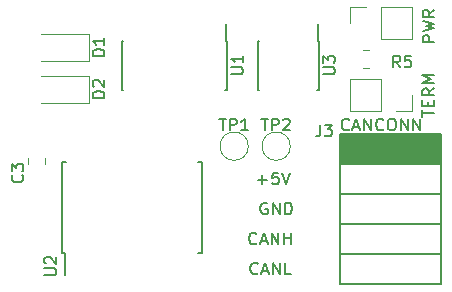
<source format=gto>
G04 #@! TF.GenerationSoftware,KiCad,Pcbnew,5.1.10*
G04 #@! TF.CreationDate,2022-01-04T22:46:53-05:00*
G04 #@! TF.ProjectId,usbdbg,75736264-6267-42e6-9b69-6361645f7063,rev?*
G04 #@! TF.SameCoordinates,Original*
G04 #@! TF.FileFunction,Legend,Top*
G04 #@! TF.FilePolarity,Positive*
%FSLAX46Y46*%
G04 Gerber Fmt 4.6, Leading zero omitted, Abs format (unit mm)*
G04 Created by KiCad (PCBNEW 5.1.10) date 2022-01-04 22:46:53*
%MOMM*%
%LPD*%
G01*
G04 APERTURE LIST*
%ADD10C,0.150000*%
%ADD11C,0.120000*%
%ADD12O,1.801600X1.801600*%
%ADD13O,3.601600X2.001600*%
%ADD14C,1.201600*%
%ADD15C,2.101600*%
G04 APERTURE END LIST*
D10*
X155416380Y-75033142D02*
X155368761Y-75080761D01*
X155225904Y-75128380D01*
X155130666Y-75128380D01*
X154987809Y-75080761D01*
X154892571Y-74985523D01*
X154844952Y-74890285D01*
X154797333Y-74699809D01*
X154797333Y-74556952D01*
X154844952Y-74366476D01*
X154892571Y-74271238D01*
X154987809Y-74176000D01*
X155130666Y-74128380D01*
X155225904Y-74128380D01*
X155368761Y-74176000D01*
X155416380Y-74223619D01*
X155797333Y-74842666D02*
X156273523Y-74842666D01*
X155702095Y-75128380D02*
X156035428Y-74128380D01*
X156368761Y-75128380D01*
X156702095Y-75128380D02*
X156702095Y-74128380D01*
X157273523Y-75128380D01*
X157273523Y-74128380D01*
X158225904Y-75128380D02*
X157749714Y-75128380D01*
X157749714Y-74128380D01*
X155297333Y-72493142D02*
X155249714Y-72540761D01*
X155106857Y-72588380D01*
X155011619Y-72588380D01*
X154868761Y-72540761D01*
X154773523Y-72445523D01*
X154725904Y-72350285D01*
X154678285Y-72159809D01*
X154678285Y-72016952D01*
X154725904Y-71826476D01*
X154773523Y-71731238D01*
X154868761Y-71636000D01*
X155011619Y-71588380D01*
X155106857Y-71588380D01*
X155249714Y-71636000D01*
X155297333Y-71683619D01*
X155678285Y-72302666D02*
X156154476Y-72302666D01*
X155583047Y-72588380D02*
X155916380Y-71588380D01*
X156249714Y-72588380D01*
X156583047Y-72588380D02*
X156583047Y-71588380D01*
X157154476Y-72588380D01*
X157154476Y-71588380D01*
X157630666Y-72588380D02*
X157630666Y-71588380D01*
X157630666Y-72064571D02*
X158202095Y-72064571D01*
X158202095Y-72588380D02*
X158202095Y-71588380D01*
X156210095Y-69096000D02*
X156114857Y-69048380D01*
X155972000Y-69048380D01*
X155829142Y-69096000D01*
X155733904Y-69191238D01*
X155686285Y-69286476D01*
X155638666Y-69476952D01*
X155638666Y-69619809D01*
X155686285Y-69810285D01*
X155733904Y-69905523D01*
X155829142Y-70000761D01*
X155972000Y-70048380D01*
X156067238Y-70048380D01*
X156210095Y-70000761D01*
X156257714Y-69953142D01*
X156257714Y-69619809D01*
X156067238Y-69619809D01*
X156686285Y-70048380D02*
X156686285Y-69048380D01*
X157257714Y-70048380D01*
X157257714Y-69048380D01*
X157733904Y-70048380D02*
X157733904Y-69048380D01*
X157972000Y-69048380D01*
X158114857Y-69096000D01*
X158210095Y-69191238D01*
X158257714Y-69286476D01*
X158305333Y-69476952D01*
X158305333Y-69619809D01*
X158257714Y-69810285D01*
X158210095Y-69905523D01*
X158114857Y-70000761D01*
X157972000Y-70048380D01*
X157733904Y-70048380D01*
X155432285Y-67127428D02*
X156194190Y-67127428D01*
X155813238Y-67508380D02*
X155813238Y-66746476D01*
X157146571Y-66508380D02*
X156670380Y-66508380D01*
X156622761Y-66984571D01*
X156670380Y-66936952D01*
X156765619Y-66889333D01*
X157003714Y-66889333D01*
X157098952Y-66936952D01*
X157146571Y-66984571D01*
X157194190Y-67079809D01*
X157194190Y-67317904D01*
X157146571Y-67413142D01*
X157098952Y-67460761D01*
X157003714Y-67508380D01*
X156765619Y-67508380D01*
X156670380Y-67460761D01*
X156622761Y-67413142D01*
X157479904Y-66508380D02*
X157813238Y-67508380D01*
X158146571Y-66508380D01*
X163147714Y-62841142D02*
X163100095Y-62888761D01*
X162957238Y-62936380D01*
X162862000Y-62936380D01*
X162719142Y-62888761D01*
X162623904Y-62793523D01*
X162576285Y-62698285D01*
X162528666Y-62507809D01*
X162528666Y-62364952D01*
X162576285Y-62174476D01*
X162623904Y-62079238D01*
X162719142Y-61984000D01*
X162862000Y-61936380D01*
X162957238Y-61936380D01*
X163100095Y-61984000D01*
X163147714Y-62031619D01*
X163528666Y-62650666D02*
X164004857Y-62650666D01*
X163433428Y-62936380D02*
X163766761Y-61936380D01*
X164100095Y-62936380D01*
X164433428Y-62936380D02*
X164433428Y-61936380D01*
X165004857Y-62936380D01*
X165004857Y-61936380D01*
X166052476Y-62841142D02*
X166004857Y-62888761D01*
X165862000Y-62936380D01*
X165766761Y-62936380D01*
X165623904Y-62888761D01*
X165528666Y-62793523D01*
X165481047Y-62698285D01*
X165433428Y-62507809D01*
X165433428Y-62364952D01*
X165481047Y-62174476D01*
X165528666Y-62079238D01*
X165623904Y-61984000D01*
X165766761Y-61936380D01*
X165862000Y-61936380D01*
X166004857Y-61984000D01*
X166052476Y-62031619D01*
X166671523Y-61936380D02*
X166862000Y-61936380D01*
X166957238Y-61984000D01*
X167052476Y-62079238D01*
X167100095Y-62269714D01*
X167100095Y-62603047D01*
X167052476Y-62793523D01*
X166957238Y-62888761D01*
X166862000Y-62936380D01*
X166671523Y-62936380D01*
X166576285Y-62888761D01*
X166481047Y-62793523D01*
X166433428Y-62603047D01*
X166433428Y-62269714D01*
X166481047Y-62079238D01*
X166576285Y-61984000D01*
X166671523Y-61936380D01*
X167528666Y-62936380D02*
X167528666Y-61936380D01*
X168100095Y-62936380D01*
X168100095Y-61936380D01*
X168576285Y-62936380D02*
X168576285Y-61936380D01*
X169147714Y-62936380D01*
X169147714Y-61936380D01*
D11*
X164819064Y-56161000D02*
X164364936Y-56161000D01*
X164819064Y-57631000D02*
X164364936Y-57631000D01*
X168462000Y-59944000D02*
X168462000Y-61274000D01*
X168462000Y-61274000D02*
X167132000Y-61274000D01*
X165862000Y-61274000D02*
X163262000Y-61274000D01*
X163262000Y-58614000D02*
X163262000Y-61274000D01*
X165862000Y-58614000D02*
X163262000Y-58614000D01*
X165862000Y-58614000D02*
X165862000Y-61274000D01*
X165862000Y-55178000D02*
X165862000Y-52518000D01*
X165862000Y-55178000D02*
X168462000Y-55178000D01*
X168462000Y-55178000D02*
X168462000Y-52518000D01*
X165862000Y-52518000D02*
X168462000Y-52518000D01*
X163262000Y-52518000D02*
X164592000Y-52518000D01*
X163262000Y-53848000D02*
X163262000Y-52518000D01*
X135942000Y-65279748D02*
X135942000Y-65802252D01*
X137362000Y-65279748D02*
X137362000Y-65802252D01*
D10*
X152761000Y-55329000D02*
X152761000Y-53954000D01*
X143886000Y-55329000D02*
X143886000Y-59479000D01*
X152786000Y-55329000D02*
X152786000Y-59479000D01*
X143886000Y-55329000D02*
X144001000Y-55329000D01*
X143886000Y-59479000D02*
X144001000Y-59479000D01*
X152786000Y-59479000D02*
X152671000Y-59479000D01*
X152786000Y-55329000D02*
X152761000Y-55329000D01*
X139080000Y-73343000D02*
X139080000Y-75168000D01*
X150730000Y-73343000D02*
X150730000Y-65593000D01*
X138830000Y-73343000D02*
X138830000Y-65593000D01*
X150730000Y-73343000D02*
X150385000Y-73343000D01*
X150730000Y-65593000D02*
X150385000Y-65593000D01*
X138830000Y-65593000D02*
X139175000Y-65593000D01*
X138830000Y-73343000D02*
X139080000Y-73343000D01*
X160513000Y-55329000D02*
X160513000Y-53929000D01*
X155413000Y-55329000D02*
X155413000Y-59479000D01*
X160563000Y-55329000D02*
X160563000Y-59479000D01*
X155413000Y-55329000D02*
X155558000Y-55329000D01*
X155413000Y-59479000D02*
X155558000Y-59479000D01*
X160563000Y-59479000D02*
X160418000Y-59479000D01*
X160563000Y-55329000D02*
X160513000Y-55329000D01*
D11*
X141107500Y-58301000D02*
X137047500Y-58301000D01*
X141107500Y-60571000D02*
X141107500Y-58301000D01*
X137047500Y-60571000D02*
X141107500Y-60571000D01*
X137047500Y-57015000D02*
X141107500Y-57015000D01*
X141107500Y-57015000D02*
X141107500Y-54745000D01*
X141107500Y-54745000D02*
X137047500Y-54745000D01*
X158172000Y-64262000D02*
G75*
G03*
X158172000Y-64262000I-1200000J0D01*
G01*
X154616000Y-64262000D02*
G75*
G03*
X154616000Y-64262000I-1200000J0D01*
G01*
D10*
X162420000Y-63246000D02*
X162420000Y-75946000D01*
X170920000Y-63246000D02*
X170920000Y-75946000D01*
X162420000Y-63246000D02*
X170920000Y-63246000D01*
X162420000Y-75946000D02*
X170920000Y-75946000D01*
X162420000Y-73406000D02*
X170920000Y-73406000D01*
X162420000Y-68326000D02*
X170920000Y-68326000D01*
X162420000Y-70866000D02*
X170920000Y-70866000D01*
X162420000Y-65786000D02*
X170920000Y-65786000D01*
G36*
X170865800Y-63296800D02*
G01*
X170865800Y-65735200D01*
X162483800Y-65735200D01*
X162483800Y-63296800D01*
X170865800Y-63296800D01*
G37*
X170865800Y-63296800D02*
X170865800Y-65735200D01*
X162483800Y-65735200D01*
X162483800Y-63296800D01*
X170865800Y-63296800D01*
X167473333Y-57602380D02*
X167140000Y-57126190D01*
X166901904Y-57602380D02*
X166901904Y-56602380D01*
X167282857Y-56602380D01*
X167378095Y-56650000D01*
X167425714Y-56697619D01*
X167473333Y-56792857D01*
X167473333Y-56935714D01*
X167425714Y-57030952D01*
X167378095Y-57078571D01*
X167282857Y-57126190D01*
X166901904Y-57126190D01*
X168378095Y-56602380D02*
X167901904Y-56602380D01*
X167854285Y-57078571D01*
X167901904Y-57030952D01*
X167997142Y-56983333D01*
X168235238Y-56983333D01*
X168330476Y-57030952D01*
X168378095Y-57078571D01*
X168425714Y-57173809D01*
X168425714Y-57411904D01*
X168378095Y-57507142D01*
X168330476Y-57554761D01*
X168235238Y-57602380D01*
X167997142Y-57602380D01*
X167901904Y-57554761D01*
X167854285Y-57507142D01*
X169354380Y-61753523D02*
X169354380Y-61182095D01*
X170354380Y-61467809D02*
X169354380Y-61467809D01*
X169830571Y-60848761D02*
X169830571Y-60515428D01*
X170354380Y-60372571D02*
X170354380Y-60848761D01*
X169354380Y-60848761D01*
X169354380Y-60372571D01*
X170354380Y-59372571D02*
X169878190Y-59705904D01*
X170354380Y-59944000D02*
X169354380Y-59944000D01*
X169354380Y-59563047D01*
X169402000Y-59467809D01*
X169449619Y-59420190D01*
X169544857Y-59372571D01*
X169687714Y-59372571D01*
X169782952Y-59420190D01*
X169830571Y-59467809D01*
X169878190Y-59563047D01*
X169878190Y-59944000D01*
X170354380Y-58944000D02*
X169354380Y-58944000D01*
X170068666Y-58610666D01*
X169354380Y-58277333D01*
X170354380Y-58277333D01*
X170378380Y-55435333D02*
X169378380Y-55435333D01*
X169378380Y-55054380D01*
X169426000Y-54959142D01*
X169473619Y-54911523D01*
X169568857Y-54863904D01*
X169711714Y-54863904D01*
X169806952Y-54911523D01*
X169854571Y-54959142D01*
X169902190Y-55054380D01*
X169902190Y-55435333D01*
X169378380Y-54530571D02*
X170378380Y-54292476D01*
X169664095Y-54102000D01*
X170378380Y-53911523D01*
X169378380Y-53673428D01*
X170378380Y-52721047D02*
X169902190Y-53054380D01*
X170378380Y-53292476D02*
X169378380Y-53292476D01*
X169378380Y-52911523D01*
X169426000Y-52816285D01*
X169473619Y-52768666D01*
X169568857Y-52721047D01*
X169711714Y-52721047D01*
X169806952Y-52768666D01*
X169854571Y-52816285D01*
X169902190Y-52911523D01*
X169902190Y-53292476D01*
X135485142Y-66714666D02*
X135532761Y-66762285D01*
X135580380Y-66905142D01*
X135580380Y-67000380D01*
X135532761Y-67143238D01*
X135437523Y-67238476D01*
X135342285Y-67286095D01*
X135151809Y-67333714D01*
X135008952Y-67333714D01*
X134818476Y-67286095D01*
X134723238Y-67238476D01*
X134628000Y-67143238D01*
X134580380Y-67000380D01*
X134580380Y-66905142D01*
X134628000Y-66762285D01*
X134675619Y-66714666D01*
X134580380Y-66381333D02*
X134580380Y-65762285D01*
X134961333Y-66095619D01*
X134961333Y-65952761D01*
X135008952Y-65857523D01*
X135056571Y-65809904D01*
X135151809Y-65762285D01*
X135389904Y-65762285D01*
X135485142Y-65809904D01*
X135532761Y-65857523D01*
X135580380Y-65952761D01*
X135580380Y-66238476D01*
X135532761Y-66333714D01*
X135485142Y-66381333D01*
X153163380Y-58165904D02*
X153972904Y-58165904D01*
X154068142Y-58118285D01*
X154115761Y-58070666D01*
X154163380Y-57975428D01*
X154163380Y-57784952D01*
X154115761Y-57689714D01*
X154068142Y-57642095D01*
X153972904Y-57594476D01*
X153163380Y-57594476D01*
X154163380Y-56594476D02*
X154163380Y-57165904D01*
X154163380Y-56880190D02*
X153163380Y-56880190D01*
X153306238Y-56975428D01*
X153401476Y-57070666D01*
X153449095Y-57165904D01*
X137357380Y-75183904D02*
X138166904Y-75183904D01*
X138262142Y-75136285D01*
X138309761Y-75088666D01*
X138357380Y-74993428D01*
X138357380Y-74802952D01*
X138309761Y-74707714D01*
X138262142Y-74660095D01*
X138166904Y-74612476D01*
X137357380Y-74612476D01*
X137452619Y-74183904D02*
X137405000Y-74136285D01*
X137357380Y-74041047D01*
X137357380Y-73802952D01*
X137405000Y-73707714D01*
X137452619Y-73660095D01*
X137547857Y-73612476D01*
X137643095Y-73612476D01*
X137785952Y-73660095D01*
X138357380Y-74231523D01*
X138357380Y-73612476D01*
X160940380Y-58165904D02*
X161749904Y-58165904D01*
X161845142Y-58118285D01*
X161892761Y-58070666D01*
X161940380Y-57975428D01*
X161940380Y-57784952D01*
X161892761Y-57689714D01*
X161845142Y-57642095D01*
X161749904Y-57594476D01*
X160940380Y-57594476D01*
X160940380Y-57213523D02*
X160940380Y-56594476D01*
X161321333Y-56927809D01*
X161321333Y-56784952D01*
X161368952Y-56689714D01*
X161416571Y-56642095D01*
X161511809Y-56594476D01*
X161749904Y-56594476D01*
X161845142Y-56642095D01*
X161892761Y-56689714D01*
X161940380Y-56784952D01*
X161940380Y-57070666D01*
X161892761Y-57165904D01*
X161845142Y-57213523D01*
X142438380Y-60174095D02*
X141438380Y-60174095D01*
X141438380Y-59936000D01*
X141486000Y-59793142D01*
X141581238Y-59697904D01*
X141676476Y-59650285D01*
X141866952Y-59602666D01*
X142009809Y-59602666D01*
X142200285Y-59650285D01*
X142295523Y-59697904D01*
X142390761Y-59793142D01*
X142438380Y-59936000D01*
X142438380Y-60174095D01*
X141533619Y-59221714D02*
X141486000Y-59174095D01*
X141438380Y-59078857D01*
X141438380Y-58840761D01*
X141486000Y-58745523D01*
X141533619Y-58697904D01*
X141628857Y-58650285D01*
X141724095Y-58650285D01*
X141866952Y-58697904D01*
X142438380Y-59269333D01*
X142438380Y-58650285D01*
X142438380Y-56618095D02*
X141438380Y-56618095D01*
X141438380Y-56380000D01*
X141486000Y-56237142D01*
X141581238Y-56141904D01*
X141676476Y-56094285D01*
X141866952Y-56046666D01*
X142009809Y-56046666D01*
X142200285Y-56094285D01*
X142295523Y-56141904D01*
X142390761Y-56237142D01*
X142438380Y-56380000D01*
X142438380Y-56618095D01*
X142438380Y-55094285D02*
X142438380Y-55665714D01*
X142438380Y-55380000D02*
X141438380Y-55380000D01*
X141581238Y-55475238D01*
X141676476Y-55570476D01*
X141724095Y-55665714D01*
X155710095Y-61936380D02*
X156281523Y-61936380D01*
X155995809Y-62936380D02*
X155995809Y-61936380D01*
X156614857Y-62936380D02*
X156614857Y-61936380D01*
X156995809Y-61936380D01*
X157091047Y-61984000D01*
X157138666Y-62031619D01*
X157186285Y-62126857D01*
X157186285Y-62269714D01*
X157138666Y-62364952D01*
X157091047Y-62412571D01*
X156995809Y-62460190D01*
X156614857Y-62460190D01*
X157567238Y-62031619D02*
X157614857Y-61984000D01*
X157710095Y-61936380D01*
X157948190Y-61936380D01*
X158043428Y-61984000D01*
X158091047Y-62031619D01*
X158138666Y-62126857D01*
X158138666Y-62222095D01*
X158091047Y-62364952D01*
X157519619Y-62936380D01*
X158138666Y-62936380D01*
X152154095Y-61936380D02*
X152725523Y-61936380D01*
X152439809Y-62936380D02*
X152439809Y-61936380D01*
X153058857Y-62936380D02*
X153058857Y-61936380D01*
X153439809Y-61936380D01*
X153535047Y-61984000D01*
X153582666Y-62031619D01*
X153630285Y-62126857D01*
X153630285Y-62269714D01*
X153582666Y-62364952D01*
X153535047Y-62412571D01*
X153439809Y-62460190D01*
X153058857Y-62460190D01*
X154582666Y-62936380D02*
X154011238Y-62936380D01*
X154296952Y-62936380D02*
X154296952Y-61936380D01*
X154201714Y-62079238D01*
X154106476Y-62174476D01*
X154011238Y-62222095D01*
X160702666Y-62444380D02*
X160702666Y-63158666D01*
X160655047Y-63301523D01*
X160559809Y-63396761D01*
X160416952Y-63444380D01*
X160321714Y-63444380D01*
X161083619Y-62444380D02*
X161702666Y-62444380D01*
X161369333Y-62825333D01*
X161512190Y-62825333D01*
X161607428Y-62872952D01*
X161655047Y-62920571D01*
X161702666Y-63015809D01*
X161702666Y-63253904D01*
X161655047Y-63349142D01*
X161607428Y-63396761D01*
X161512190Y-63444380D01*
X161226476Y-63444380D01*
X161131238Y-63396761D01*
X161083619Y-63349142D01*
%LPC*%
G36*
G01*
X164242800Y-56416365D02*
X164242800Y-57375635D01*
G75*
G02*
X163971635Y-57646800I-271165J0D01*
G01*
X163212365Y-57646800D01*
G75*
G02*
X162941200Y-57375635I0J271165D01*
G01*
X162941200Y-56416365D01*
G75*
G02*
X163212365Y-56145200I271165J0D01*
G01*
X163971635Y-56145200D01*
G75*
G02*
X164242800Y-56416365I0J-271165D01*
G01*
G37*
G36*
G01*
X166242800Y-56416365D02*
X166242800Y-57375635D01*
G75*
G02*
X165971635Y-57646800I-271165J0D01*
G01*
X165212365Y-57646800D01*
G75*
G02*
X164941200Y-57375635I0J271165D01*
G01*
X164941200Y-56416365D01*
G75*
G02*
X165212365Y-56145200I271165J0D01*
G01*
X165971635Y-56145200D01*
G75*
G02*
X166242800Y-56416365I0J-271165D01*
G01*
G37*
D12*
X164592000Y-59944000D03*
G36*
G01*
X166282000Y-59043200D02*
X167982000Y-59043200D01*
G75*
G02*
X168032800Y-59094000I0J-50800D01*
G01*
X168032800Y-60794000D01*
G75*
G02*
X167982000Y-60844800I-50800J0D01*
G01*
X166282000Y-60844800D01*
G75*
G02*
X166231200Y-60794000I0J50800D01*
G01*
X166231200Y-59094000D01*
G75*
G02*
X166282000Y-59043200I50800J0D01*
G01*
G37*
G36*
G01*
X165442000Y-54748800D02*
X163742000Y-54748800D01*
G75*
G02*
X163691200Y-54698000I0J50800D01*
G01*
X163691200Y-52998000D01*
G75*
G02*
X163742000Y-52947200I50800J0D01*
G01*
X165442000Y-52947200D01*
G75*
G02*
X165492800Y-52998000I0J-50800D01*
G01*
X165492800Y-54698000D01*
G75*
G02*
X165442000Y-54748800I-50800J0D01*
G01*
G37*
X167132000Y-53848000D03*
G36*
G01*
X136173285Y-65940200D02*
X137130715Y-65940200D01*
G75*
G02*
X137402800Y-66212285I0J-272085D01*
G01*
X137402800Y-66919715D01*
G75*
G02*
X137130715Y-67191800I-272085J0D01*
G01*
X136173285Y-67191800D01*
G75*
G02*
X135901200Y-66919715I0J272085D01*
G01*
X135901200Y-66212285D01*
G75*
G02*
X136173285Y-65940200I272085J0D01*
G01*
G37*
G36*
G01*
X136173285Y-63890200D02*
X137130715Y-63890200D01*
G75*
G02*
X137402800Y-64162285I0J-272085D01*
G01*
X137402800Y-64869715D01*
G75*
G02*
X137130715Y-65141800I-272085J0D01*
G01*
X136173285Y-65141800D01*
G75*
G02*
X135901200Y-64869715I0J272085D01*
G01*
X135901200Y-64162285D01*
G75*
G02*
X136173285Y-63890200I272085J0D01*
G01*
G37*
D13*
X132884000Y-59324000D03*
X132884000Y-70724000D03*
D14*
X132884000Y-62724000D03*
X132884000Y-67324000D03*
G36*
G01*
X151846000Y-59303200D02*
X152446000Y-59303200D01*
G75*
G02*
X152496800Y-59354000I0J-50800D01*
G01*
X152496800Y-60854000D01*
G75*
G02*
X152446000Y-60904800I-50800J0D01*
G01*
X151846000Y-60904800D01*
G75*
G02*
X151795200Y-60854000I0J50800D01*
G01*
X151795200Y-59354000D01*
G75*
G02*
X151846000Y-59303200I50800J0D01*
G01*
G37*
G36*
G01*
X150576000Y-59303200D02*
X151176000Y-59303200D01*
G75*
G02*
X151226800Y-59354000I0J-50800D01*
G01*
X151226800Y-60854000D01*
G75*
G02*
X151176000Y-60904800I-50800J0D01*
G01*
X150576000Y-60904800D01*
G75*
G02*
X150525200Y-60854000I0J50800D01*
G01*
X150525200Y-59354000D01*
G75*
G02*
X150576000Y-59303200I50800J0D01*
G01*
G37*
G36*
G01*
X149306000Y-59303200D02*
X149906000Y-59303200D01*
G75*
G02*
X149956800Y-59354000I0J-50800D01*
G01*
X149956800Y-60854000D01*
G75*
G02*
X149906000Y-60904800I-50800J0D01*
G01*
X149306000Y-60904800D01*
G75*
G02*
X149255200Y-60854000I0J50800D01*
G01*
X149255200Y-59354000D01*
G75*
G02*
X149306000Y-59303200I50800J0D01*
G01*
G37*
G36*
G01*
X148036000Y-59303200D02*
X148636000Y-59303200D01*
G75*
G02*
X148686800Y-59354000I0J-50800D01*
G01*
X148686800Y-60854000D01*
G75*
G02*
X148636000Y-60904800I-50800J0D01*
G01*
X148036000Y-60904800D01*
G75*
G02*
X147985200Y-60854000I0J50800D01*
G01*
X147985200Y-59354000D01*
G75*
G02*
X148036000Y-59303200I50800J0D01*
G01*
G37*
G36*
G01*
X146766000Y-59303200D02*
X147366000Y-59303200D01*
G75*
G02*
X147416800Y-59354000I0J-50800D01*
G01*
X147416800Y-60854000D01*
G75*
G02*
X147366000Y-60904800I-50800J0D01*
G01*
X146766000Y-60904800D01*
G75*
G02*
X146715200Y-60854000I0J50800D01*
G01*
X146715200Y-59354000D01*
G75*
G02*
X146766000Y-59303200I50800J0D01*
G01*
G37*
G36*
G01*
X145496000Y-59303200D02*
X146096000Y-59303200D01*
G75*
G02*
X146146800Y-59354000I0J-50800D01*
G01*
X146146800Y-60854000D01*
G75*
G02*
X146096000Y-60904800I-50800J0D01*
G01*
X145496000Y-60904800D01*
G75*
G02*
X145445200Y-60854000I0J50800D01*
G01*
X145445200Y-59354000D01*
G75*
G02*
X145496000Y-59303200I50800J0D01*
G01*
G37*
G36*
G01*
X144226000Y-59303200D02*
X144826000Y-59303200D01*
G75*
G02*
X144876800Y-59354000I0J-50800D01*
G01*
X144876800Y-60854000D01*
G75*
G02*
X144826000Y-60904800I-50800J0D01*
G01*
X144226000Y-60904800D01*
G75*
G02*
X144175200Y-60854000I0J50800D01*
G01*
X144175200Y-59354000D01*
G75*
G02*
X144226000Y-59303200I50800J0D01*
G01*
G37*
G36*
G01*
X144226000Y-53903200D02*
X144826000Y-53903200D01*
G75*
G02*
X144876800Y-53954000I0J-50800D01*
G01*
X144876800Y-55454000D01*
G75*
G02*
X144826000Y-55504800I-50800J0D01*
G01*
X144226000Y-55504800D01*
G75*
G02*
X144175200Y-55454000I0J50800D01*
G01*
X144175200Y-53954000D01*
G75*
G02*
X144226000Y-53903200I50800J0D01*
G01*
G37*
G36*
G01*
X145496000Y-53903200D02*
X146096000Y-53903200D01*
G75*
G02*
X146146800Y-53954000I0J-50800D01*
G01*
X146146800Y-55454000D01*
G75*
G02*
X146096000Y-55504800I-50800J0D01*
G01*
X145496000Y-55504800D01*
G75*
G02*
X145445200Y-55454000I0J50800D01*
G01*
X145445200Y-53954000D01*
G75*
G02*
X145496000Y-53903200I50800J0D01*
G01*
G37*
G36*
G01*
X146766000Y-53903200D02*
X147366000Y-53903200D01*
G75*
G02*
X147416800Y-53954000I0J-50800D01*
G01*
X147416800Y-55454000D01*
G75*
G02*
X147366000Y-55504800I-50800J0D01*
G01*
X146766000Y-55504800D01*
G75*
G02*
X146715200Y-55454000I0J50800D01*
G01*
X146715200Y-53954000D01*
G75*
G02*
X146766000Y-53903200I50800J0D01*
G01*
G37*
G36*
G01*
X148036000Y-53903200D02*
X148636000Y-53903200D01*
G75*
G02*
X148686800Y-53954000I0J-50800D01*
G01*
X148686800Y-55454000D01*
G75*
G02*
X148636000Y-55504800I-50800J0D01*
G01*
X148036000Y-55504800D01*
G75*
G02*
X147985200Y-55454000I0J50800D01*
G01*
X147985200Y-53954000D01*
G75*
G02*
X148036000Y-53903200I50800J0D01*
G01*
G37*
G36*
G01*
X149306000Y-53903200D02*
X149906000Y-53903200D01*
G75*
G02*
X149956800Y-53954000I0J-50800D01*
G01*
X149956800Y-55454000D01*
G75*
G02*
X149906000Y-55504800I-50800J0D01*
G01*
X149306000Y-55504800D01*
G75*
G02*
X149255200Y-55454000I0J50800D01*
G01*
X149255200Y-53954000D01*
G75*
G02*
X149306000Y-53903200I50800J0D01*
G01*
G37*
G36*
G01*
X150576000Y-53903200D02*
X151176000Y-53903200D01*
G75*
G02*
X151226800Y-53954000I0J-50800D01*
G01*
X151226800Y-55454000D01*
G75*
G02*
X151176000Y-55504800I-50800J0D01*
G01*
X150576000Y-55504800D01*
G75*
G02*
X150525200Y-55454000I0J50800D01*
G01*
X150525200Y-53954000D01*
G75*
G02*
X150576000Y-53903200I50800J0D01*
G01*
G37*
G36*
G01*
X151846000Y-53903200D02*
X152446000Y-53903200D01*
G75*
G02*
X152496800Y-53954000I0J-50800D01*
G01*
X152496800Y-55454000D01*
G75*
G02*
X152446000Y-55504800I-50800J0D01*
G01*
X151846000Y-55504800D01*
G75*
G02*
X151795200Y-55454000I0J50800D01*
G01*
X151795200Y-53954000D01*
G75*
G02*
X151846000Y-53903200I50800J0D01*
G01*
G37*
G36*
G01*
X140000000Y-65818800D02*
X139400000Y-65818800D01*
G75*
G02*
X139349200Y-65768000I0J50800D01*
G01*
X139349200Y-63768000D01*
G75*
G02*
X139400000Y-63717200I50800J0D01*
G01*
X140000000Y-63717200D01*
G75*
G02*
X140050800Y-63768000I0J-50800D01*
G01*
X140050800Y-65768000D01*
G75*
G02*
X140000000Y-65818800I-50800J0D01*
G01*
G37*
G36*
G01*
X141270000Y-65818800D02*
X140670000Y-65818800D01*
G75*
G02*
X140619200Y-65768000I0J50800D01*
G01*
X140619200Y-63768000D01*
G75*
G02*
X140670000Y-63717200I50800J0D01*
G01*
X141270000Y-63717200D01*
G75*
G02*
X141320800Y-63768000I0J-50800D01*
G01*
X141320800Y-65768000D01*
G75*
G02*
X141270000Y-65818800I-50800J0D01*
G01*
G37*
G36*
G01*
X142540000Y-65818800D02*
X141940000Y-65818800D01*
G75*
G02*
X141889200Y-65768000I0J50800D01*
G01*
X141889200Y-63768000D01*
G75*
G02*
X141940000Y-63717200I50800J0D01*
G01*
X142540000Y-63717200D01*
G75*
G02*
X142590800Y-63768000I0J-50800D01*
G01*
X142590800Y-65768000D01*
G75*
G02*
X142540000Y-65818800I-50800J0D01*
G01*
G37*
G36*
G01*
X143810000Y-65818800D02*
X143210000Y-65818800D01*
G75*
G02*
X143159200Y-65768000I0J50800D01*
G01*
X143159200Y-63768000D01*
G75*
G02*
X143210000Y-63717200I50800J0D01*
G01*
X143810000Y-63717200D01*
G75*
G02*
X143860800Y-63768000I0J-50800D01*
G01*
X143860800Y-65768000D01*
G75*
G02*
X143810000Y-65818800I-50800J0D01*
G01*
G37*
G36*
G01*
X145080000Y-65818800D02*
X144480000Y-65818800D01*
G75*
G02*
X144429200Y-65768000I0J50800D01*
G01*
X144429200Y-63768000D01*
G75*
G02*
X144480000Y-63717200I50800J0D01*
G01*
X145080000Y-63717200D01*
G75*
G02*
X145130800Y-63768000I0J-50800D01*
G01*
X145130800Y-65768000D01*
G75*
G02*
X145080000Y-65818800I-50800J0D01*
G01*
G37*
G36*
G01*
X146350000Y-65818800D02*
X145750000Y-65818800D01*
G75*
G02*
X145699200Y-65768000I0J50800D01*
G01*
X145699200Y-63768000D01*
G75*
G02*
X145750000Y-63717200I50800J0D01*
G01*
X146350000Y-63717200D01*
G75*
G02*
X146400800Y-63768000I0J-50800D01*
G01*
X146400800Y-65768000D01*
G75*
G02*
X146350000Y-65818800I-50800J0D01*
G01*
G37*
G36*
G01*
X147620000Y-65818800D02*
X147020000Y-65818800D01*
G75*
G02*
X146969200Y-65768000I0J50800D01*
G01*
X146969200Y-63768000D01*
G75*
G02*
X147020000Y-63717200I50800J0D01*
G01*
X147620000Y-63717200D01*
G75*
G02*
X147670800Y-63768000I0J-50800D01*
G01*
X147670800Y-65768000D01*
G75*
G02*
X147620000Y-65818800I-50800J0D01*
G01*
G37*
G36*
G01*
X148890000Y-65818800D02*
X148290000Y-65818800D01*
G75*
G02*
X148239200Y-65768000I0J50800D01*
G01*
X148239200Y-63768000D01*
G75*
G02*
X148290000Y-63717200I50800J0D01*
G01*
X148890000Y-63717200D01*
G75*
G02*
X148940800Y-63768000I0J-50800D01*
G01*
X148940800Y-65768000D01*
G75*
G02*
X148890000Y-65818800I-50800J0D01*
G01*
G37*
G36*
G01*
X150160000Y-65818800D02*
X149560000Y-65818800D01*
G75*
G02*
X149509200Y-65768000I0J50800D01*
G01*
X149509200Y-63768000D01*
G75*
G02*
X149560000Y-63717200I50800J0D01*
G01*
X150160000Y-63717200D01*
G75*
G02*
X150210800Y-63768000I0J-50800D01*
G01*
X150210800Y-65768000D01*
G75*
G02*
X150160000Y-65818800I-50800J0D01*
G01*
G37*
G36*
G01*
X150160000Y-75218800D02*
X149560000Y-75218800D01*
G75*
G02*
X149509200Y-75168000I0J50800D01*
G01*
X149509200Y-73168000D01*
G75*
G02*
X149560000Y-73117200I50800J0D01*
G01*
X150160000Y-73117200D01*
G75*
G02*
X150210800Y-73168000I0J-50800D01*
G01*
X150210800Y-75168000D01*
G75*
G02*
X150160000Y-75218800I-50800J0D01*
G01*
G37*
G36*
G01*
X148890000Y-75218800D02*
X148290000Y-75218800D01*
G75*
G02*
X148239200Y-75168000I0J50800D01*
G01*
X148239200Y-73168000D01*
G75*
G02*
X148290000Y-73117200I50800J0D01*
G01*
X148890000Y-73117200D01*
G75*
G02*
X148940800Y-73168000I0J-50800D01*
G01*
X148940800Y-75168000D01*
G75*
G02*
X148890000Y-75218800I-50800J0D01*
G01*
G37*
G36*
G01*
X147620000Y-75218800D02*
X147020000Y-75218800D01*
G75*
G02*
X146969200Y-75168000I0J50800D01*
G01*
X146969200Y-73168000D01*
G75*
G02*
X147020000Y-73117200I50800J0D01*
G01*
X147620000Y-73117200D01*
G75*
G02*
X147670800Y-73168000I0J-50800D01*
G01*
X147670800Y-75168000D01*
G75*
G02*
X147620000Y-75218800I-50800J0D01*
G01*
G37*
G36*
G01*
X146350000Y-75218800D02*
X145750000Y-75218800D01*
G75*
G02*
X145699200Y-75168000I0J50800D01*
G01*
X145699200Y-73168000D01*
G75*
G02*
X145750000Y-73117200I50800J0D01*
G01*
X146350000Y-73117200D01*
G75*
G02*
X146400800Y-73168000I0J-50800D01*
G01*
X146400800Y-75168000D01*
G75*
G02*
X146350000Y-75218800I-50800J0D01*
G01*
G37*
G36*
G01*
X145080000Y-75218800D02*
X144480000Y-75218800D01*
G75*
G02*
X144429200Y-75168000I0J50800D01*
G01*
X144429200Y-73168000D01*
G75*
G02*
X144480000Y-73117200I50800J0D01*
G01*
X145080000Y-73117200D01*
G75*
G02*
X145130800Y-73168000I0J-50800D01*
G01*
X145130800Y-75168000D01*
G75*
G02*
X145080000Y-75218800I-50800J0D01*
G01*
G37*
G36*
G01*
X143810000Y-75218800D02*
X143210000Y-75218800D01*
G75*
G02*
X143159200Y-75168000I0J50800D01*
G01*
X143159200Y-73168000D01*
G75*
G02*
X143210000Y-73117200I50800J0D01*
G01*
X143810000Y-73117200D01*
G75*
G02*
X143860800Y-73168000I0J-50800D01*
G01*
X143860800Y-75168000D01*
G75*
G02*
X143810000Y-75218800I-50800J0D01*
G01*
G37*
G36*
G01*
X142540000Y-75218800D02*
X141940000Y-75218800D01*
G75*
G02*
X141889200Y-75168000I0J50800D01*
G01*
X141889200Y-73168000D01*
G75*
G02*
X141940000Y-73117200I50800J0D01*
G01*
X142540000Y-73117200D01*
G75*
G02*
X142590800Y-73168000I0J-50800D01*
G01*
X142590800Y-75168000D01*
G75*
G02*
X142540000Y-75218800I-50800J0D01*
G01*
G37*
G36*
G01*
X141270000Y-75218800D02*
X140670000Y-75218800D01*
G75*
G02*
X140619200Y-75168000I0J50800D01*
G01*
X140619200Y-73168000D01*
G75*
G02*
X140670000Y-73117200I50800J0D01*
G01*
X141270000Y-73117200D01*
G75*
G02*
X141320800Y-73168000I0J-50800D01*
G01*
X141320800Y-75168000D01*
G75*
G02*
X141270000Y-75218800I-50800J0D01*
G01*
G37*
G36*
G01*
X140000000Y-75218800D02*
X139400000Y-75218800D01*
G75*
G02*
X139349200Y-75168000I0J50800D01*
G01*
X139349200Y-73168000D01*
G75*
G02*
X139400000Y-73117200I50800J0D01*
G01*
X140000000Y-73117200D01*
G75*
G02*
X140050800Y-73168000I0J-50800D01*
G01*
X140050800Y-75168000D01*
G75*
G02*
X140000000Y-75218800I-50800J0D01*
G01*
G37*
G36*
G01*
X159593000Y-59278200D02*
X160193000Y-59278200D01*
G75*
G02*
X160243800Y-59329000I0J-50800D01*
G01*
X160243800Y-60879000D01*
G75*
G02*
X160193000Y-60929800I-50800J0D01*
G01*
X159593000Y-60929800D01*
G75*
G02*
X159542200Y-60879000I0J50800D01*
G01*
X159542200Y-59329000D01*
G75*
G02*
X159593000Y-59278200I50800J0D01*
G01*
G37*
G36*
G01*
X158323000Y-59278200D02*
X158923000Y-59278200D01*
G75*
G02*
X158973800Y-59329000I0J-50800D01*
G01*
X158973800Y-60879000D01*
G75*
G02*
X158923000Y-60929800I-50800J0D01*
G01*
X158323000Y-60929800D01*
G75*
G02*
X158272200Y-60879000I0J50800D01*
G01*
X158272200Y-59329000D01*
G75*
G02*
X158323000Y-59278200I50800J0D01*
G01*
G37*
G36*
G01*
X157053000Y-59278200D02*
X157653000Y-59278200D01*
G75*
G02*
X157703800Y-59329000I0J-50800D01*
G01*
X157703800Y-60879000D01*
G75*
G02*
X157653000Y-60929800I-50800J0D01*
G01*
X157053000Y-60929800D01*
G75*
G02*
X157002200Y-60879000I0J50800D01*
G01*
X157002200Y-59329000D01*
G75*
G02*
X157053000Y-59278200I50800J0D01*
G01*
G37*
G36*
G01*
X155783000Y-59278200D02*
X156383000Y-59278200D01*
G75*
G02*
X156433800Y-59329000I0J-50800D01*
G01*
X156433800Y-60879000D01*
G75*
G02*
X156383000Y-60929800I-50800J0D01*
G01*
X155783000Y-60929800D01*
G75*
G02*
X155732200Y-60879000I0J50800D01*
G01*
X155732200Y-59329000D01*
G75*
G02*
X155783000Y-59278200I50800J0D01*
G01*
G37*
G36*
G01*
X155783000Y-53878200D02*
X156383000Y-53878200D01*
G75*
G02*
X156433800Y-53929000I0J-50800D01*
G01*
X156433800Y-55479000D01*
G75*
G02*
X156383000Y-55529800I-50800J0D01*
G01*
X155783000Y-55529800D01*
G75*
G02*
X155732200Y-55479000I0J50800D01*
G01*
X155732200Y-53929000D01*
G75*
G02*
X155783000Y-53878200I50800J0D01*
G01*
G37*
G36*
G01*
X157053000Y-53878200D02*
X157653000Y-53878200D01*
G75*
G02*
X157703800Y-53929000I0J-50800D01*
G01*
X157703800Y-55479000D01*
G75*
G02*
X157653000Y-55529800I-50800J0D01*
G01*
X157053000Y-55529800D01*
G75*
G02*
X157002200Y-55479000I0J50800D01*
G01*
X157002200Y-53929000D01*
G75*
G02*
X157053000Y-53878200I50800J0D01*
G01*
G37*
G36*
G01*
X158323000Y-53878200D02*
X158923000Y-53878200D01*
G75*
G02*
X158973800Y-53929000I0J-50800D01*
G01*
X158973800Y-55479000D01*
G75*
G02*
X158923000Y-55529800I-50800J0D01*
G01*
X158323000Y-55529800D01*
G75*
G02*
X158272200Y-55479000I0J50800D01*
G01*
X158272200Y-53929000D01*
G75*
G02*
X158323000Y-53878200I50800J0D01*
G01*
G37*
G36*
G01*
X159593000Y-53878200D02*
X160193000Y-53878200D01*
G75*
G02*
X160243800Y-53929000I0J-50800D01*
G01*
X160243800Y-55479000D01*
G75*
G02*
X160193000Y-55529800I-50800J0D01*
G01*
X159593000Y-55529800D01*
G75*
G02*
X159542200Y-55479000I0J50800D01*
G01*
X159542200Y-53929000D01*
G75*
G02*
X159593000Y-53878200I50800J0D01*
G01*
G37*
G36*
G01*
X137923300Y-58778024D02*
X137923300Y-60093976D01*
G75*
G02*
X137655476Y-60361800I-267824J0D01*
G01*
X136664524Y-60361800D01*
G75*
G02*
X136396700Y-60093976I0J267824D01*
G01*
X136396700Y-58778024D01*
G75*
G02*
X136664524Y-58510200I267824J0D01*
G01*
X137655476Y-58510200D01*
G75*
G02*
X137923300Y-58778024I0J-267824D01*
G01*
G37*
G36*
G01*
X140898300Y-58778024D02*
X140898300Y-60093976D01*
G75*
G02*
X140630476Y-60361800I-267824J0D01*
G01*
X139639524Y-60361800D01*
G75*
G02*
X139371700Y-60093976I0J267824D01*
G01*
X139371700Y-58778024D01*
G75*
G02*
X139639524Y-58510200I267824J0D01*
G01*
X140630476Y-58510200D01*
G75*
G02*
X140898300Y-58778024I0J-267824D01*
G01*
G37*
G36*
G01*
X140898300Y-55222024D02*
X140898300Y-56537976D01*
G75*
G02*
X140630476Y-56805800I-267824J0D01*
G01*
X139639524Y-56805800D01*
G75*
G02*
X139371700Y-56537976I0J267824D01*
G01*
X139371700Y-55222024D01*
G75*
G02*
X139639524Y-54954200I267824J0D01*
G01*
X140630476Y-54954200D01*
G75*
G02*
X140898300Y-55222024I0J-267824D01*
G01*
G37*
G36*
G01*
X137923300Y-55222024D02*
X137923300Y-56537976D01*
G75*
G02*
X137655476Y-56805800I-267824J0D01*
G01*
X136664524Y-56805800D01*
G75*
G02*
X136396700Y-56537976I0J267824D01*
G01*
X136396700Y-55222024D01*
G75*
G02*
X136664524Y-54954200I267824J0D01*
G01*
X137655476Y-54954200D01*
G75*
G02*
X137923300Y-55222024I0J-267824D01*
G01*
G37*
D15*
X156972000Y-64262000D03*
X153416000Y-64262000D03*
G36*
G01*
X159020000Y-63965200D02*
X161020000Y-63965200D01*
G75*
G02*
X161070800Y-64016000I0J-50800D01*
G01*
X161070800Y-65016000D01*
G75*
G02*
X161020000Y-65066800I-50800J0D01*
G01*
X159020000Y-65066800D01*
G75*
G02*
X158969200Y-65016000I0J50800D01*
G01*
X158969200Y-64016000D01*
G75*
G02*
X159020000Y-63965200I50800J0D01*
G01*
G37*
G36*
G01*
X159020000Y-66505200D02*
X161020000Y-66505200D01*
G75*
G02*
X161070800Y-66556000I0J-50800D01*
G01*
X161070800Y-67556000D01*
G75*
G02*
X161020000Y-67606800I-50800J0D01*
G01*
X159020000Y-67606800D01*
G75*
G02*
X158969200Y-67556000I0J50800D01*
G01*
X158969200Y-66556000D01*
G75*
G02*
X159020000Y-66505200I50800J0D01*
G01*
G37*
G36*
G01*
X159020000Y-69045200D02*
X161020000Y-69045200D01*
G75*
G02*
X161070800Y-69096000I0J-50800D01*
G01*
X161070800Y-70096000D01*
G75*
G02*
X161020000Y-70146800I-50800J0D01*
G01*
X159020000Y-70146800D01*
G75*
G02*
X158969200Y-70096000I0J50800D01*
G01*
X158969200Y-69096000D01*
G75*
G02*
X159020000Y-69045200I50800J0D01*
G01*
G37*
G36*
G01*
X159020000Y-71585200D02*
X161020000Y-71585200D01*
G75*
G02*
X161070800Y-71636000I0J-50800D01*
G01*
X161070800Y-72636000D01*
G75*
G02*
X161020000Y-72686800I-50800J0D01*
G01*
X159020000Y-72686800D01*
G75*
G02*
X158969200Y-72636000I0J50800D01*
G01*
X158969200Y-71636000D01*
G75*
G02*
X159020000Y-71585200I50800J0D01*
G01*
G37*
G36*
G01*
X159020000Y-74125200D02*
X161020000Y-74125200D01*
G75*
G02*
X161070800Y-74176000I0J-50800D01*
G01*
X161070800Y-75176000D01*
G75*
G02*
X161020000Y-75226800I-50800J0D01*
G01*
X159020000Y-75226800D01*
G75*
G02*
X158969200Y-75176000I0J50800D01*
G01*
X158969200Y-74176000D01*
G75*
G02*
X159020000Y-74125200I50800J0D01*
G01*
G37*
M02*

</source>
